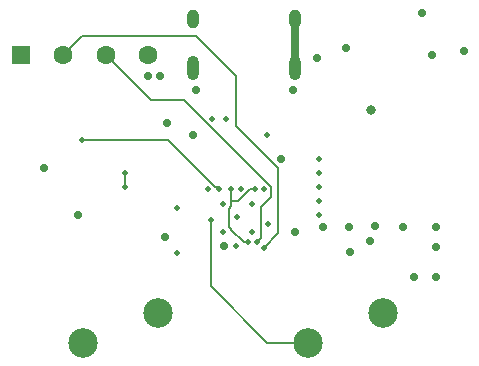
<source format=gbr>
%TF.GenerationSoftware,KiCad,Pcbnew,(6.0.7)*%
%TF.CreationDate,2022-09-15T14:24:46+02:00*%
%TF.ProjectId,rp2040-keypad,72703230-3430-42d6-9b65-797061642e6b,rev?*%
%TF.SameCoordinates,Original*%
%TF.FileFunction,Copper,L4,Bot*%
%TF.FilePolarity,Positive*%
%FSLAX46Y46*%
G04 Gerber Fmt 4.6, Leading zero omitted, Abs format (unit mm)*
G04 Created by KiCad (PCBNEW (6.0.7)) date 2022-09-15 14:24:46*
%MOMM*%
%LPD*%
G01*
G04 APERTURE LIST*
G04 Aperture macros list*
%AMRoundRect*
0 Rectangle with rounded corners*
0 $1 Rounding radius*
0 $2 $3 $4 $5 $6 $7 $8 $9 X,Y pos of 4 corners*
0 Add a 4 corners polygon primitive as box body*
4,1,4,$2,$3,$4,$5,$6,$7,$8,$9,$2,$3,0*
0 Add four circle primitives for the rounded corners*
1,1,$1+$1,$2,$3*
1,1,$1+$1,$4,$5*
1,1,$1+$1,$6,$7*
1,1,$1+$1,$8,$9*
0 Add four rect primitives between the rounded corners*
20,1,$1+$1,$2,$3,$4,$5,0*
20,1,$1+$1,$4,$5,$6,$7,0*
20,1,$1+$1,$6,$7,$8,$9,0*
20,1,$1+$1,$8,$9,$2,$3,0*%
G04 Aperture macros list end*
%TA.AperFunction,ComponentPad*%
%ADD10C,2.500000*%
%TD*%
%TA.AperFunction,ComponentPad*%
%ADD11O,1.000000X1.600000*%
%TD*%
%TA.AperFunction,ComponentPad*%
%ADD12O,1.000000X2.100000*%
%TD*%
%TA.AperFunction,ComponentPad*%
%ADD13RoundRect,0.250000X-0.550000X-0.550000X0.550000X-0.550000X0.550000X0.550000X-0.550000X0.550000X0*%
%TD*%
%TA.AperFunction,ComponentPad*%
%ADD14C,1.600000*%
%TD*%
%TA.AperFunction,ViaPad*%
%ADD15C,0.700000*%
%TD*%
%TA.AperFunction,ViaPad*%
%ADD16C,0.500000*%
%TD*%
%TA.AperFunction,ViaPad*%
%ADD17C,0.800000*%
%TD*%
%TA.AperFunction,Conductor*%
%ADD18C,0.200000*%
%TD*%
%TA.AperFunction,Conductor*%
%ADD19C,0.700000*%
%TD*%
G04 APERTURE END LIST*
D10*
%TO.P,SW2,1,1*%
%TO.N,/KEY2*%
X145890000Y-88360000D03*
%TO.P,SW2,2,2*%
%TO.N,GND*%
X152240000Y-85820000D03*
%TD*%
D11*
%TO.P,J1,S1,SHIELD*%
%TO.N,unconnected-(J1-PadS1)*%
X155180000Y-60950000D03*
D12*
X155180000Y-65130000D03*
D11*
X163820000Y-60950000D03*
D12*
X163820000Y-65130000D03*
%TD*%
D13*
%TO.P,J2,1,Pin_1*%
%TO.N,+3V3*%
X140600000Y-64000000D03*
D14*
%TO.P,J2,2,Pin_2*%
%TO.N,/SWD*%
X144200000Y-64000000D03*
%TO.P,J2,3,Pin_3*%
%TO.N,/SWCLK*%
X147800000Y-64000000D03*
%TO.P,J2,4,Pin_4*%
%TO.N,GND*%
X151400000Y-64000000D03*
%TD*%
D10*
%TO.P,SW1,1,1*%
%TO.N,/KEY1*%
X164940000Y-88360000D03*
%TO.P,SW1,2,2*%
%TO.N,GND*%
X171290000Y-85820000D03*
%TD*%
D15*
%TO.N,+3V3*%
X162600000Y-72800000D03*
X153000000Y-69800000D03*
X174550000Y-60450000D03*
D16*
X159200000Y-75400000D03*
D17*
X170250000Y-68650000D03*
D16*
X161500000Y-78300000D03*
X161200000Y-75400000D03*
D15*
X152800000Y-79400000D03*
D16*
X158800000Y-80200000D03*
X156445027Y-75400000D03*
%TO.N,GND*%
X153800000Y-77000000D03*
D15*
X165700000Y-64300000D03*
X163800000Y-79000000D03*
D16*
X157700000Y-76600000D03*
D15*
X175400000Y-64000000D03*
X175750000Y-80275000D03*
X170550000Y-78500500D03*
D16*
X157700000Y-79000000D03*
X165800000Y-74000000D03*
D15*
X152400000Y-65800000D03*
D16*
X160200000Y-76600000D03*
X160200000Y-79000000D03*
D15*
X151400000Y-65800000D03*
D16*
X161400000Y-70800000D03*
D15*
X166150000Y-78600000D03*
X168500000Y-80700000D03*
X178100000Y-63650000D03*
D16*
X153800000Y-80800000D03*
X158000000Y-69400000D03*
X165800000Y-72800000D03*
D15*
X145400000Y-77600000D03*
X175750000Y-78600000D03*
X163600000Y-67000000D03*
D16*
X165800000Y-77600000D03*
D15*
X175750000Y-82800000D03*
X142600000Y-73600000D03*
X170150000Y-79800000D03*
D16*
X158900000Y-77700000D03*
D15*
X155200000Y-70800000D03*
X168100000Y-63450000D03*
D16*
X165800000Y-75200000D03*
D15*
X172950000Y-78600000D03*
X173900000Y-82800000D03*
X155400000Y-67000000D03*
D16*
X165800000Y-76400000D03*
D15*
X157800000Y-80200000D03*
D16*
X156800000Y-69400000D03*
D15*
X168350000Y-78600000D03*
D16*
%TO.N,+1V1*%
X158400000Y-75400000D03*
X159800000Y-79849502D03*
X160400000Y-75400000D03*
%TO.N,/SWD*%
X161174930Y-80350500D03*
%TO.N,/SWCLK*%
X160605754Y-79846031D03*
%TO.N,/QSPI_SS*%
X149400000Y-74000000D03*
X149400000Y-75200000D03*
%TO.N,/KEY1*%
X156700000Y-78000000D03*
%TO.N,/QSPI_SD1*%
X157400000Y-75400000D03*
X145800000Y-71200000D03*
%TD*%
D18*
%TO.N,+1V1*%
X159449502Y-79849502D02*
X159800000Y-79849502D01*
X158400000Y-78800000D02*
X159449502Y-79849502D01*
X158400000Y-78780761D02*
X158400000Y-78800000D01*
X158400000Y-76400000D02*
X158400000Y-76819239D01*
X158400000Y-76819239D02*
X158200000Y-77019239D01*
X159000000Y-76400000D02*
X158400000Y-76400000D01*
X158200000Y-77019239D02*
X158200000Y-78580761D01*
X160400000Y-75400000D02*
X160000000Y-75400000D01*
X158200000Y-78580761D02*
X158400000Y-78780761D01*
X160000000Y-75400000D02*
X159000000Y-76400000D01*
X158400000Y-75400000D02*
X158400000Y-76400000D01*
D19*
%TO.N,unconnected-(J1-PadS1)*%
X163820000Y-60950000D02*
X163820000Y-65130000D01*
D18*
%TO.N,/SWD*%
X145800000Y-62400000D02*
X144200000Y-64000000D01*
X158800000Y-70000000D02*
X158800000Y-65800000D01*
X158800000Y-65800000D02*
X155400000Y-62400000D01*
X162400000Y-73600000D02*
X158800000Y-70000000D01*
X161174930Y-80350500D02*
X162400000Y-79125430D01*
X162400000Y-79125430D02*
X162400000Y-73600000D01*
X155400000Y-62400000D02*
X145800000Y-62400000D01*
%TO.N,/SWCLK*%
X161800000Y-75177818D02*
X154422182Y-67800000D01*
X160900000Y-79551785D02*
X160900000Y-76900000D01*
X151600000Y-67800000D02*
X147800000Y-64000000D01*
X161800000Y-76000000D02*
X161800000Y-75177818D01*
X154422182Y-67800000D02*
X151600000Y-67800000D01*
X160605754Y-79846031D02*
X160900000Y-79551785D01*
X160900000Y-76900000D02*
X161800000Y-76000000D01*
%TO.N,/QSPI_SS*%
X149400000Y-75200000D02*
X149400000Y-74000000D01*
%TO.N,/KEY1*%
X156700000Y-83600000D02*
X156700000Y-78000000D01*
X164940000Y-88360000D02*
X161460000Y-88360000D01*
X161460000Y-88360000D02*
X156700000Y-83600000D01*
%TO.N,/QSPI_SD1*%
X157172182Y-75172182D02*
X156995027Y-75172182D01*
X153022845Y-71200000D02*
X145800000Y-71200000D01*
X157400000Y-75400000D02*
X157172182Y-75172182D01*
X156995027Y-75172182D02*
X153022845Y-71200000D01*
%TD*%
M02*

</source>
